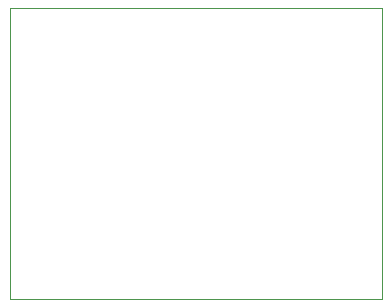
<source format=gbr>
%TF.GenerationSoftware,KiCad,Pcbnew,7.0.8*%
%TF.CreationDate,2024-03-05T13:27:26-05:00*%
%TF.ProjectId,NewLow,4e65774c-6f77-42e6-9b69-6361645f7063,rev?*%
%TF.SameCoordinates,Original*%
%TF.FileFunction,Profile,NP*%
%FSLAX46Y46*%
G04 Gerber Fmt 4.6, Leading zero omitted, Abs format (unit mm)*
G04 Created by KiCad (PCBNEW 7.0.8) date 2024-03-05 13:27:26*
%MOMM*%
%LPD*%
G01*
G04 APERTURE LIST*
%TA.AperFunction,Profile*%
%ADD10C,0.100000*%
%TD*%
G04 APERTURE END LIST*
D10*
X71120000Y-58166000D02*
X102616000Y-58166000D01*
X102616000Y-82804000D01*
X71120000Y-82804000D01*
X71120000Y-58166000D01*
M02*

</source>
